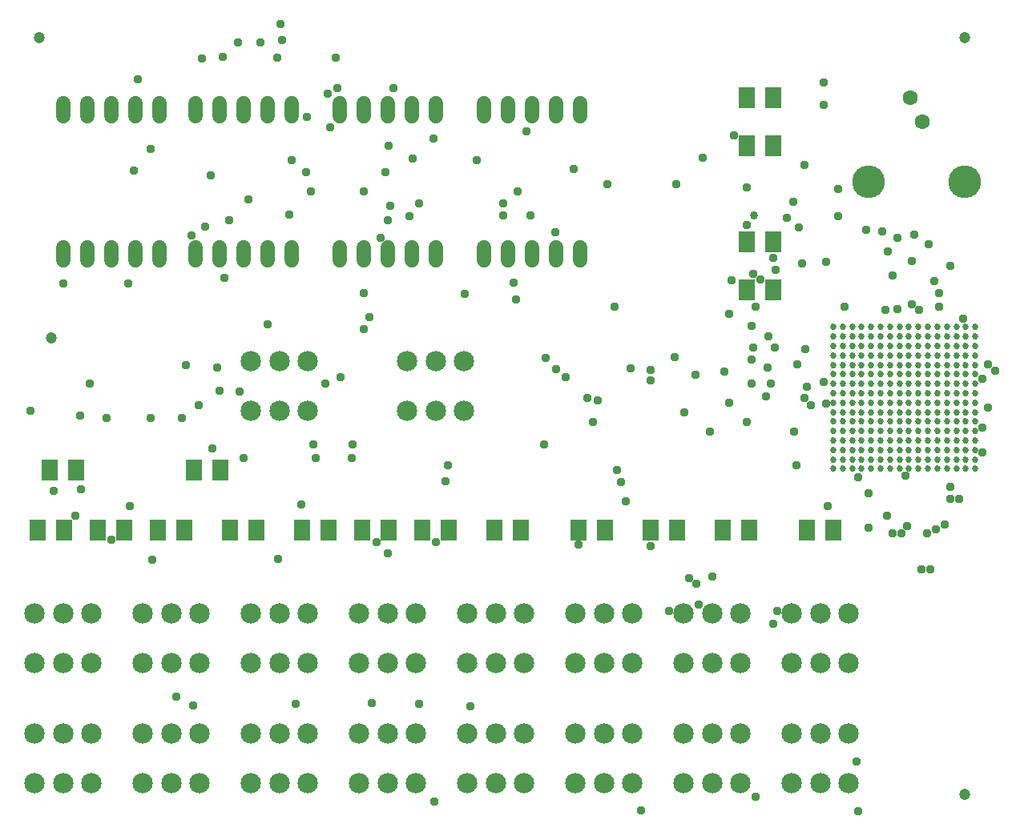
<source format=gbr>
G04 EAGLE Gerber RS-274X export*
G75*
%MOMM*%
%FSLAX34Y34*%
%LPD*%
%INSoldermask Top*%
%IPPOS*%
%AMOC8*
5,1,8,0,0,1.08239X$1,22.5*%
G01*
%ADD10C,1.203200*%
%ADD11C,1.524000*%
%ADD12R,1.803200X2.203200*%
%ADD13C,2.153200*%
%ADD14C,0.685800*%
%ADD15C,1.600200*%
%ADD16C,3.454400*%
%ADD17C,0.959600*%
%ADD18C,0.859600*%


D10*
X38100Y838200D03*
X1016000Y838200D03*
X1016000Y38100D03*
X50800Y520700D03*
D11*
X203200Y602996D02*
X203200Y616204D01*
X228600Y616204D02*
X228600Y602996D01*
X254000Y602996D02*
X254000Y616204D01*
X279400Y616204D02*
X279400Y602996D01*
X304800Y602996D02*
X304800Y616204D01*
X304800Y755396D02*
X304800Y768604D01*
X279400Y768604D02*
X279400Y755396D01*
X254000Y755396D02*
X254000Y768604D01*
X228600Y768604D02*
X228600Y755396D01*
X203200Y755396D02*
X203200Y768604D01*
X63500Y616204D02*
X63500Y602996D01*
X88900Y602996D02*
X88900Y616204D01*
X114300Y616204D02*
X114300Y602996D01*
X139700Y602996D02*
X139700Y616204D01*
X165100Y616204D02*
X165100Y602996D01*
X165100Y755396D02*
X165100Y768604D01*
X139700Y768604D02*
X139700Y755396D01*
X114300Y755396D02*
X114300Y768604D01*
X88900Y768604D02*
X88900Y755396D01*
X63500Y755396D02*
X63500Y768604D01*
D12*
X201900Y381000D03*
X229900Y381000D03*
X316200Y317500D03*
X344200Y317500D03*
D13*
X147800Y102700D03*
X177800Y102700D03*
X207800Y102700D03*
X147800Y49700D03*
X177800Y49700D03*
X207800Y49700D03*
X33500Y102700D03*
X63500Y102700D03*
X93500Y102700D03*
X33500Y49700D03*
X63500Y49700D03*
X93500Y49700D03*
D14*
X877500Y532200D03*
X887500Y532200D03*
X897500Y532200D03*
X907500Y532200D03*
X917500Y532200D03*
X927500Y532200D03*
X937500Y532200D03*
X947500Y532200D03*
X957500Y532200D03*
X967500Y532200D03*
X977500Y532200D03*
X987500Y532200D03*
X997500Y532200D03*
X1007500Y532200D03*
X1017500Y532200D03*
X1027500Y532200D03*
X877500Y522200D03*
X887500Y522200D03*
X897500Y522200D03*
X907500Y522200D03*
X917500Y522200D03*
X927500Y522200D03*
X937500Y522200D03*
X947500Y522200D03*
X957500Y522200D03*
X967500Y522200D03*
X977500Y522200D03*
X987500Y522200D03*
X997500Y522200D03*
X1007500Y522200D03*
X1017500Y522200D03*
X1027500Y522200D03*
X877500Y512200D03*
X887500Y512200D03*
X897500Y512200D03*
X907500Y512200D03*
X917500Y512200D03*
X927500Y512200D03*
X937500Y512200D03*
X947500Y512200D03*
X957500Y512200D03*
X967500Y512200D03*
X977500Y512200D03*
X987500Y512200D03*
X997500Y512200D03*
X1007500Y512200D03*
X1017500Y512200D03*
X1027500Y512200D03*
X877500Y502200D03*
X887500Y502200D03*
X897500Y502200D03*
X907500Y502200D03*
X917500Y502200D03*
X927500Y502200D03*
X937500Y502200D03*
X947500Y502200D03*
X957500Y502200D03*
X967500Y502200D03*
X977500Y502200D03*
X987500Y502200D03*
X997500Y502200D03*
X1007500Y502200D03*
X1017500Y502200D03*
X1027500Y502200D03*
X877500Y492200D03*
X887500Y492200D03*
X897500Y492200D03*
X907500Y492200D03*
X917500Y492200D03*
X927500Y492200D03*
X937500Y492200D03*
X947500Y492200D03*
X957500Y492200D03*
X967500Y492200D03*
X977500Y492200D03*
X987500Y492200D03*
X997500Y492200D03*
X1007500Y492200D03*
X1017500Y492200D03*
X1027500Y492200D03*
X877500Y482200D03*
X887500Y482200D03*
X897500Y482200D03*
X907500Y482200D03*
X917500Y482200D03*
X927500Y482200D03*
X937500Y482200D03*
X947500Y482200D03*
X957500Y482200D03*
X967500Y482200D03*
X977500Y482200D03*
X987500Y482200D03*
X997500Y482200D03*
X1007500Y482200D03*
X1017500Y482200D03*
X1027500Y482200D03*
X877500Y472200D03*
X887500Y472200D03*
X897500Y472200D03*
X907500Y472200D03*
X917500Y472200D03*
X927500Y472200D03*
X937500Y472200D03*
X947500Y472200D03*
X957500Y472200D03*
X967500Y472200D03*
X977500Y472200D03*
X987500Y472200D03*
X997500Y472200D03*
X1007500Y472200D03*
X1017500Y472200D03*
X1027500Y472200D03*
X877500Y462200D03*
X887500Y462200D03*
X897500Y462200D03*
X907500Y462200D03*
X917500Y462200D03*
X927500Y462200D03*
X937500Y462200D03*
X947500Y462200D03*
X957500Y462200D03*
X967500Y462200D03*
X977500Y462200D03*
X987500Y462200D03*
X997500Y462200D03*
X1007500Y462200D03*
X1017500Y462200D03*
X1027500Y462200D03*
X877500Y452200D03*
X887500Y452200D03*
X897500Y452200D03*
X907500Y452200D03*
X917500Y452200D03*
X927500Y452200D03*
X937500Y452200D03*
X947500Y452200D03*
X957500Y452200D03*
X967500Y452200D03*
X977500Y452200D03*
X987500Y452200D03*
X997500Y452200D03*
X1007500Y452200D03*
X1017500Y452200D03*
X1027500Y452200D03*
X877500Y442200D03*
X887500Y442200D03*
X897500Y442200D03*
X907500Y442200D03*
X917500Y442200D03*
X927500Y442200D03*
X937500Y442200D03*
X947500Y442200D03*
X957500Y442200D03*
X967500Y442200D03*
X977500Y442200D03*
X987500Y442200D03*
X997500Y442200D03*
X1007500Y442200D03*
X1017500Y442200D03*
X1027500Y442200D03*
X877500Y432200D03*
X887500Y432200D03*
X897500Y432200D03*
X907500Y432200D03*
X917500Y432200D03*
X927500Y432200D03*
X937500Y432200D03*
X947500Y432200D03*
X957500Y432200D03*
X967500Y432200D03*
X977500Y432200D03*
X987500Y432200D03*
X997500Y432200D03*
X1007500Y432200D03*
X1017500Y432200D03*
X1027500Y432200D03*
X877500Y422200D03*
X887500Y422200D03*
X897500Y422200D03*
X907500Y422200D03*
X917500Y422200D03*
X927500Y422200D03*
X937500Y422200D03*
X947500Y422200D03*
X957500Y422200D03*
X967500Y422200D03*
X977500Y422200D03*
X987500Y422200D03*
X997500Y422200D03*
X1007500Y422200D03*
X1017500Y422200D03*
X1027500Y422200D03*
X877500Y412200D03*
X887500Y412200D03*
X897500Y412200D03*
X907500Y412200D03*
X917500Y412200D03*
X927500Y412200D03*
X937500Y412200D03*
X947500Y412200D03*
X957500Y412200D03*
X967500Y412200D03*
X977500Y412200D03*
X987500Y412200D03*
X997500Y412200D03*
X1007500Y412200D03*
X1017500Y412200D03*
X1027500Y412200D03*
X877500Y402200D03*
X887500Y402200D03*
X897500Y402200D03*
X907500Y402200D03*
X917500Y402200D03*
X927500Y402200D03*
X937500Y402200D03*
X947500Y402200D03*
X957500Y402200D03*
X967500Y402200D03*
X977500Y402200D03*
X987500Y402200D03*
X997500Y402200D03*
X1007500Y402200D03*
X1017500Y402200D03*
X1027500Y402200D03*
X877500Y392200D03*
X887500Y392200D03*
X897500Y392200D03*
X907500Y392200D03*
X917500Y392200D03*
X927500Y392200D03*
X937500Y392200D03*
X947500Y392200D03*
X957500Y392200D03*
X967500Y392200D03*
X977500Y392200D03*
X987500Y392200D03*
X997500Y392200D03*
X1007500Y392200D03*
X1017500Y392200D03*
X1027500Y392200D03*
X877500Y382200D03*
X887500Y382200D03*
X897500Y382200D03*
X907500Y382200D03*
X917500Y382200D03*
X927500Y382200D03*
X937500Y382200D03*
X947500Y382200D03*
X957500Y382200D03*
X967500Y382200D03*
X977500Y382200D03*
X987500Y382200D03*
X997500Y382200D03*
X1007500Y382200D03*
X1017500Y382200D03*
X1027500Y382200D03*
D11*
X355600Y602996D02*
X355600Y616204D01*
X381000Y616204D02*
X381000Y602996D01*
X406400Y602996D02*
X406400Y616204D01*
X431800Y616204D02*
X431800Y602996D01*
X457200Y602996D02*
X457200Y616204D01*
X457200Y755396D02*
X457200Y768604D01*
X431800Y768604D02*
X431800Y755396D01*
X406400Y755396D02*
X406400Y768604D01*
X381000Y768604D02*
X381000Y755396D01*
X355600Y755396D02*
X355600Y768604D01*
X508000Y616204D02*
X508000Y602996D01*
X533400Y602996D02*
X533400Y616204D01*
X558800Y616204D02*
X558800Y602996D01*
X584200Y602996D02*
X584200Y616204D01*
X609600Y616204D02*
X609600Y602996D01*
X609600Y755396D02*
X609600Y768604D01*
X584200Y768604D02*
X584200Y755396D01*
X558800Y755396D02*
X558800Y768604D01*
X533400Y768604D02*
X533400Y755396D01*
X508000Y755396D02*
X508000Y768604D01*
D13*
X262100Y102700D03*
X292100Y102700D03*
X322100Y102700D03*
X262100Y49700D03*
X292100Y49700D03*
X322100Y49700D03*
X376400Y102700D03*
X406400Y102700D03*
X436400Y102700D03*
X376400Y49700D03*
X406400Y49700D03*
X436400Y49700D03*
X490700Y102700D03*
X520700Y102700D03*
X550700Y102700D03*
X490700Y49700D03*
X520700Y49700D03*
X550700Y49700D03*
X605000Y102700D03*
X635000Y102700D03*
X665000Y102700D03*
X605000Y49700D03*
X635000Y49700D03*
X665000Y49700D03*
X719300Y102700D03*
X749300Y102700D03*
X779300Y102700D03*
X719300Y49700D03*
X749300Y49700D03*
X779300Y49700D03*
X719300Y229700D03*
X749300Y229700D03*
X779300Y229700D03*
X719300Y176700D03*
X749300Y176700D03*
X779300Y176700D03*
X833600Y102700D03*
X863600Y102700D03*
X893600Y102700D03*
X833600Y49700D03*
X863600Y49700D03*
X893600Y49700D03*
X33500Y229700D03*
X63500Y229700D03*
X93500Y229700D03*
X33500Y176700D03*
X63500Y176700D03*
X93500Y176700D03*
X147800Y229700D03*
X177800Y229700D03*
X207800Y229700D03*
X147800Y176700D03*
X177800Y176700D03*
X207800Y176700D03*
X262100Y229700D03*
X292100Y229700D03*
X322100Y229700D03*
X262100Y176700D03*
X292100Y176700D03*
X322100Y176700D03*
X376400Y229700D03*
X406400Y229700D03*
X436400Y229700D03*
X376400Y176700D03*
X406400Y176700D03*
X436400Y176700D03*
X490700Y229700D03*
X520700Y229700D03*
X550700Y229700D03*
X490700Y176700D03*
X520700Y176700D03*
X550700Y176700D03*
X605000Y229700D03*
X635000Y229700D03*
X665000Y229700D03*
X605000Y176700D03*
X635000Y176700D03*
X665000Y176700D03*
X833600Y229700D03*
X863600Y229700D03*
X893600Y229700D03*
X833600Y176700D03*
X863600Y176700D03*
X893600Y176700D03*
X262100Y496400D03*
X292100Y496400D03*
X322100Y496400D03*
X262100Y443400D03*
X292100Y443400D03*
X322100Y443400D03*
X427200Y496400D03*
X457200Y496400D03*
X487200Y496400D03*
X427200Y443400D03*
X457200Y443400D03*
X487200Y443400D03*
D12*
X519400Y317500D03*
X547400Y317500D03*
X608300Y317500D03*
X636300Y317500D03*
X684500Y317500D03*
X712500Y317500D03*
X760700Y317500D03*
X788700Y317500D03*
X163800Y317500D03*
X191800Y317500D03*
X49500Y381000D03*
X77500Y381000D03*
X849600Y317500D03*
X877600Y317500D03*
X379700Y317500D03*
X407700Y317500D03*
X786100Y774700D03*
X814100Y774700D03*
X786100Y723900D03*
X814100Y723900D03*
X36800Y317500D03*
X64800Y317500D03*
X786100Y622300D03*
X814100Y622300D03*
X786100Y571500D03*
X814100Y571500D03*
X100300Y317500D03*
X128300Y317500D03*
X240000Y317500D03*
X268000Y317500D03*
X443200Y317500D03*
X471200Y317500D03*
D15*
X971550Y749300D03*
X958850Y774700D03*
D16*
X914400Y685800D03*
X1016000Y685800D03*
D17*
X684276Y300228D03*
X608076Y301752D03*
X867156Y790956D03*
X786384Y640080D03*
X786384Y679704D03*
X342900Y778764D03*
X914400Y356616D03*
X467868Y368808D03*
X213360Y638556D03*
X995172Y323088D03*
X795528Y553212D03*
X989076Y553212D03*
X315468Y344424D03*
X387124Y542290D03*
X573251Y499591D03*
X869950Y600710D03*
X844550Y599440D03*
X807720Y489204D03*
X790956Y472440D03*
X684276Y475488D03*
X617220Y457200D03*
X394716Y304800D03*
X967740Y550164D03*
X970788Y275844D03*
X813816Y217932D03*
X839724Y492252D03*
X806196Y458724D03*
X786384Y431292D03*
X623316Y431292D03*
X291084Y286512D03*
X835152Y664464D03*
X134112Y342900D03*
X1040892Y446532D03*
X1014984Y541020D03*
X1048512Y486156D03*
X882396Y649224D03*
X818388Y231648D03*
X979932Y275844D03*
X1040892Y492252D03*
X813816Y605028D03*
X487680Y566928D03*
X792480Y588264D03*
X1034796Y477012D03*
X413004Y784860D03*
X76200Y332232D03*
X1001268Y362712D03*
X583692Y632460D03*
X704088Y231648D03*
X733044Y260604D03*
X1001268Y350520D03*
X795528Y35052D03*
X455676Y30480D03*
X976884Y313944D03*
X406908Y292608D03*
X986028Y318516D03*
X457200Y304800D03*
X800100Y582168D03*
X932688Y550164D03*
X353060Y784860D03*
X351790Y816610D03*
X294640Y835660D03*
X293370Y852170D03*
X182880Y140970D03*
X201140Y132080D03*
X309245Y133985D03*
X389890Y134620D03*
X439420Y133350D03*
X494030Y130810D03*
X735330Y238760D03*
X749300Y267970D03*
X914400Y320040D03*
X953908Y374876D03*
X381000Y567690D03*
X381000Y529590D03*
X584200Y487680D03*
X663575Y488315D03*
X709930Y500380D03*
X867156Y473964D03*
X454660Y731520D03*
X500380Y708660D03*
X543560Y675640D03*
X767080Y546100D03*
X792480Y510540D03*
X792480Y510540D03*
X815340Y510540D03*
X847625Y508735D03*
X939800Y586740D03*
X840740Y637540D03*
X828040Y647700D03*
D18*
X793750Y650240D03*
D17*
X557530Y650240D03*
X528320Y650240D03*
X429260Y648970D03*
X406400Y645160D03*
X199390Y628650D03*
X142240Y793750D03*
X882650Y678180D03*
X304800Y708660D03*
X320040Y695960D03*
X381000Y675640D03*
X408940Y660400D03*
X439420Y662940D03*
X528320Y662940D03*
X767080Y452120D03*
X838200Y386080D03*
X871220Y342900D03*
X871220Y342900D03*
X233680Y584200D03*
X238760Y645160D03*
X156210Y720090D03*
X138430Y697230D03*
X652780Y368300D03*
X652780Y368300D03*
X469900Y386080D03*
X368300Y393700D03*
X330200Y393700D03*
X254000Y393700D03*
X220980Y403860D03*
X91440Y472440D03*
X63500Y577850D03*
X132080Y577850D03*
X193040Y491490D03*
X226060Y488950D03*
X340360Y472440D03*
X628650Y454660D03*
X720090Y441960D03*
X746760Y421640D03*
X835660Y421640D03*
X847090Y457200D03*
X960120Y601980D03*
X929005Y633095D03*
X219710Y692150D03*
X259080Y666750D03*
X302260Y651228D03*
X984250Y580390D03*
X210185Y816328D03*
X1000760Y596900D03*
X232410Y817880D03*
X248671Y833253D03*
X29210Y443230D03*
X81280Y438150D03*
X109220Y435610D03*
X156210Y435610D03*
X189230Y435610D03*
X207010Y449580D03*
X228600Y464820D03*
X249908Y463550D03*
X327632Y407670D03*
X369570Y407670D03*
X571500Y407670D03*
X649196Y381000D03*
X854031Y449552D03*
X869614Y451132D03*
X289560Y816610D03*
X272415Y833253D03*
X674370Y21308D03*
X902335Y73025D03*
X1034824Y425792D03*
X989330Y567690D03*
X934720Y612140D03*
X944880Y626110D03*
X911860Y635000D03*
X847090Y703580D03*
X739140Y711200D03*
X433070Y709930D03*
X403860Y695960D03*
X325120Y675640D03*
X279400Y534670D03*
X356870Y478790D03*
X594360Y478790D03*
X684530Y486410D03*
X731520Y481556D03*
X762000Y485140D03*
X790928Y497840D03*
X811359Y472468D03*
X849630Y468630D03*
X321310Y754380D03*
X346075Y743585D03*
X407670Y723900D03*
X603250Y699488D03*
X711200Y683260D03*
X769620Y581660D03*
X791210Y533400D03*
X808990Y521970D03*
X944880Y551180D03*
X889000Y553184D03*
X399288Y626364D03*
X638556Y682752D03*
X816864Y592836D03*
X960120Y556260D03*
X53694Y359056D03*
X82550Y360680D03*
X114300Y307340D03*
X157480Y285750D03*
X163800Y317500D03*
X963168Y629412D03*
X903732Y19812D03*
X725424Y266700D03*
X1010412Y350520D03*
X903732Y373380D03*
X542544Y560832D03*
X1034796Y399288D03*
X553212Y739140D03*
X772668Y734568D03*
X867156Y766572D03*
X934212Y332232D03*
X539496Y579120D03*
X955548Y321564D03*
X949452Y313944D03*
X646176Y553212D03*
X658368Y347472D03*
X940308Y313944D03*
X977900Y619760D03*
M02*

</source>
